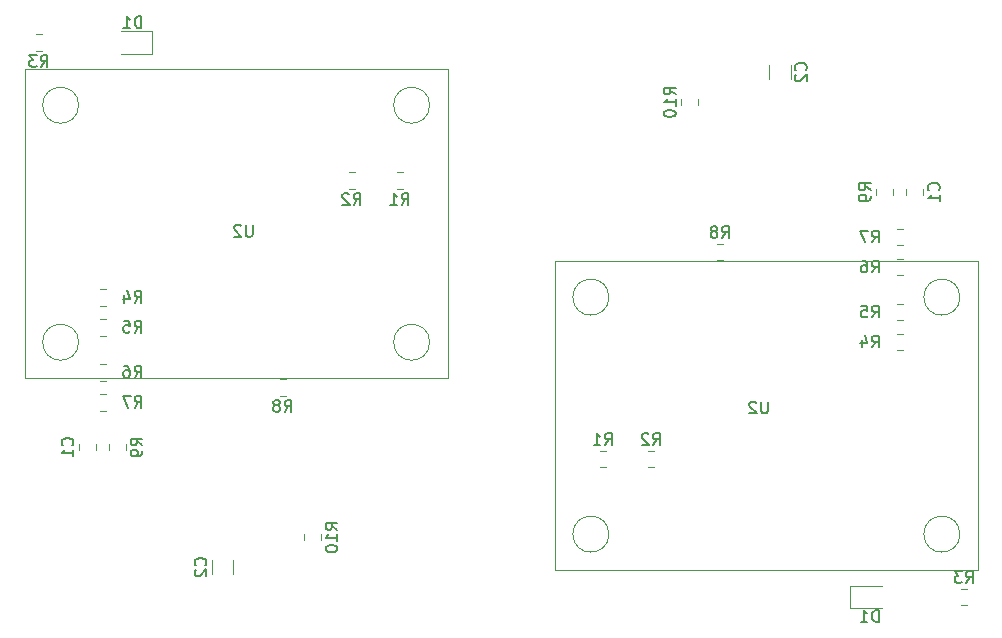
<source format=gbr>
G04 #@! TF.GenerationSoftware,KiCad,Pcbnew,5.1.5-52549c5~84~ubuntu19.10.1*
G04 #@! TF.CreationDate,2020-04-18T11:45:40+03:00*
G04 #@! TF.ProjectId,hymTracker_Panel,68796d54-7261-4636-9b65-725f50616e65,rev?*
G04 #@! TF.SameCoordinates,Original*
G04 #@! TF.FileFunction,Legend,Bot*
G04 #@! TF.FilePolarity,Positive*
%FSLAX46Y46*%
G04 Gerber Fmt 4.6, Leading zero omitted, Abs format (unit mm)*
G04 Created by KiCad (PCBNEW 5.1.5-52549c5~84~ubuntu19.10.1) date 2020-04-18 11:45:40*
%MOMM*%
%LPD*%
G04 APERTURE LIST*
%ADD10C,0.120000*%
%ADD11C,0.150000*%
G04 APERTURE END LIST*
D10*
X108897422Y-70514000D02*
X109414578Y-70514000D01*
X108897422Y-71934000D02*
X109414578Y-71934000D01*
X98086000Y-55316064D02*
X98086000Y-54111936D01*
X99906000Y-55316064D02*
X99906000Y-54111936D01*
X109716000Y-65132578D02*
X109716000Y-64615422D01*
X111136000Y-65132578D02*
X111136000Y-64615422D01*
X88332578Y-88190000D02*
X87815422Y-88190000D01*
X88332578Y-86770000D02*
X87815422Y-86770000D01*
X114827078Y-99874000D02*
X114309922Y-99874000D01*
X114827078Y-98454000D02*
X114309922Y-98454000D01*
X108897422Y-76864000D02*
X109414578Y-76864000D01*
X108897422Y-78284000D02*
X109414578Y-78284000D01*
X104931000Y-98204000D02*
X107616000Y-98204000D01*
X104931000Y-100124000D02*
X104931000Y-98204000D01*
X107616000Y-100124000D02*
X104931000Y-100124000D01*
X108897422Y-74324000D02*
X109414578Y-74324000D01*
X108897422Y-75744000D02*
X109414578Y-75744000D01*
X84268578Y-88190000D02*
X83751422Y-88190000D01*
X84268578Y-86770000D02*
X83751422Y-86770000D01*
X114236000Y-73764000D02*
G75*
G03X114236000Y-73764000I-1524000J0D01*
G01*
X114236000Y-93830000D02*
G75*
G03X114236000Y-93830000I-1524000J0D01*
G01*
X84518000Y-93830000D02*
G75*
G03X84518000Y-93830000I-1524000J0D01*
G01*
X84518000Y-73764000D02*
G75*
G03X84518000Y-73764000I-1524000J0D01*
G01*
X115506000Y-96878000D02*
X115760000Y-96878000D01*
X115760000Y-96878000D02*
X115760000Y-70716000D01*
X79946000Y-96878000D02*
X115506000Y-96878000D01*
X79946000Y-70716000D02*
X79946000Y-96878000D01*
X115760000Y-70716000D02*
X79946000Y-70716000D01*
X108596000Y-64615422D02*
X108596000Y-65132578D01*
X107176000Y-64615422D02*
X107176000Y-65132578D01*
X92086000Y-56995422D02*
X92086000Y-57512578D01*
X90666000Y-56995422D02*
X90666000Y-57512578D01*
X94174578Y-70664000D02*
X93657422Y-70664000D01*
X94174578Y-69244000D02*
X93657422Y-69244000D01*
X108897422Y-67974000D02*
X109414578Y-67974000D01*
X108897422Y-69394000D02*
X109414578Y-69394000D01*
X41910578Y-81955000D02*
X41393422Y-81955000D01*
X41910578Y-83375000D02*
X41393422Y-83375000D01*
X56633422Y-82105000D02*
X57150578Y-82105000D01*
X56633422Y-80685000D02*
X57150578Y-80685000D01*
X60142000Y-94353578D02*
X60142000Y-93836422D01*
X58722000Y-94353578D02*
X58722000Y-93836422D01*
X43632000Y-86733578D02*
X43632000Y-86216422D01*
X42212000Y-86733578D02*
X42212000Y-86216422D01*
X35048000Y-80633000D02*
X70862000Y-80633000D01*
X70862000Y-80633000D02*
X70862000Y-54471000D01*
X70862000Y-54471000D02*
X35302000Y-54471000D01*
X35048000Y-54471000D02*
X35048000Y-80633000D01*
X35302000Y-54471000D02*
X35048000Y-54471000D01*
X69338000Y-77585000D02*
G75*
G03X69338000Y-77585000I-1524000J0D01*
G01*
X69338000Y-57519000D02*
G75*
G03X69338000Y-57519000I-1524000J0D01*
G01*
X39620000Y-57519000D02*
G75*
G03X39620000Y-57519000I-1524000J0D01*
G01*
X39620000Y-77585000D02*
G75*
G03X39620000Y-77585000I-1524000J0D01*
G01*
X66539422Y-64579000D02*
X67056578Y-64579000D01*
X66539422Y-63159000D02*
X67056578Y-63159000D01*
X41910578Y-75605000D02*
X41393422Y-75605000D01*
X41910578Y-77025000D02*
X41393422Y-77025000D01*
X43192000Y-51225000D02*
X45877000Y-51225000D01*
X45877000Y-51225000D02*
X45877000Y-53145000D01*
X45877000Y-53145000D02*
X43192000Y-53145000D01*
X41910578Y-73065000D02*
X41393422Y-73065000D01*
X41910578Y-74485000D02*
X41393422Y-74485000D01*
X35980922Y-52895000D02*
X36498078Y-52895000D01*
X35980922Y-51475000D02*
X36498078Y-51475000D01*
X62475422Y-64579000D02*
X62992578Y-64579000D01*
X62475422Y-63159000D02*
X62992578Y-63159000D01*
X39672000Y-86216422D02*
X39672000Y-86733578D01*
X41092000Y-86216422D02*
X41092000Y-86733578D01*
X50902000Y-96032936D02*
X50902000Y-97237064D01*
X52722000Y-96032936D02*
X52722000Y-97237064D01*
X41910578Y-79415000D02*
X41393422Y-79415000D01*
X41910578Y-80835000D02*
X41393422Y-80835000D01*
D11*
X106782666Y-71676380D02*
X107116000Y-71200190D01*
X107354095Y-71676380D02*
X107354095Y-70676380D01*
X106973142Y-70676380D01*
X106877904Y-70724000D01*
X106830285Y-70771619D01*
X106782666Y-70866857D01*
X106782666Y-71009714D01*
X106830285Y-71104952D01*
X106877904Y-71152571D01*
X106973142Y-71200190D01*
X107354095Y-71200190D01*
X105925523Y-70676380D02*
X106116000Y-70676380D01*
X106211238Y-70724000D01*
X106258857Y-70771619D01*
X106354095Y-70914476D01*
X106401714Y-71104952D01*
X106401714Y-71485904D01*
X106354095Y-71581142D01*
X106306476Y-71628761D01*
X106211238Y-71676380D01*
X106020761Y-71676380D01*
X105925523Y-71628761D01*
X105877904Y-71581142D01*
X105830285Y-71485904D01*
X105830285Y-71247809D01*
X105877904Y-71152571D01*
X105925523Y-71104952D01*
X106020761Y-71057333D01*
X106211238Y-71057333D01*
X106306476Y-71104952D01*
X106354095Y-71152571D01*
X106401714Y-71247809D01*
X101173142Y-54547333D02*
X101220761Y-54499714D01*
X101268380Y-54356857D01*
X101268380Y-54261619D01*
X101220761Y-54118761D01*
X101125523Y-54023523D01*
X101030285Y-53975904D01*
X100839809Y-53928285D01*
X100696952Y-53928285D01*
X100506476Y-53975904D01*
X100411238Y-54023523D01*
X100316000Y-54118761D01*
X100268380Y-54261619D01*
X100268380Y-54356857D01*
X100316000Y-54499714D01*
X100363619Y-54547333D01*
X100363619Y-54928285D02*
X100316000Y-54975904D01*
X100268380Y-55071142D01*
X100268380Y-55309238D01*
X100316000Y-55404476D01*
X100363619Y-55452095D01*
X100458857Y-55499714D01*
X100554095Y-55499714D01*
X100696952Y-55452095D01*
X101268380Y-54880666D01*
X101268380Y-55499714D01*
X112433142Y-64707333D02*
X112480761Y-64659714D01*
X112528380Y-64516857D01*
X112528380Y-64421619D01*
X112480761Y-64278761D01*
X112385523Y-64183523D01*
X112290285Y-64135904D01*
X112099809Y-64088285D01*
X111956952Y-64088285D01*
X111766476Y-64135904D01*
X111671238Y-64183523D01*
X111576000Y-64278761D01*
X111528380Y-64421619D01*
X111528380Y-64516857D01*
X111576000Y-64659714D01*
X111623619Y-64707333D01*
X112528380Y-65659714D02*
X112528380Y-65088285D01*
X112528380Y-65374000D02*
X111528380Y-65374000D01*
X111671238Y-65278761D01*
X111766476Y-65183523D01*
X111814095Y-65088285D01*
X88240666Y-86282380D02*
X88574000Y-85806190D01*
X88812095Y-86282380D02*
X88812095Y-85282380D01*
X88431142Y-85282380D01*
X88335904Y-85330000D01*
X88288285Y-85377619D01*
X88240666Y-85472857D01*
X88240666Y-85615714D01*
X88288285Y-85710952D01*
X88335904Y-85758571D01*
X88431142Y-85806190D01*
X88812095Y-85806190D01*
X87859714Y-85377619D02*
X87812095Y-85330000D01*
X87716857Y-85282380D01*
X87478761Y-85282380D01*
X87383523Y-85330000D01*
X87335904Y-85377619D01*
X87288285Y-85472857D01*
X87288285Y-85568095D01*
X87335904Y-85710952D01*
X87907333Y-86282380D01*
X87288285Y-86282380D01*
X114735166Y-97966380D02*
X115068500Y-97490190D01*
X115306595Y-97966380D02*
X115306595Y-96966380D01*
X114925642Y-96966380D01*
X114830404Y-97014000D01*
X114782785Y-97061619D01*
X114735166Y-97156857D01*
X114735166Y-97299714D01*
X114782785Y-97394952D01*
X114830404Y-97442571D01*
X114925642Y-97490190D01*
X115306595Y-97490190D01*
X114401833Y-96966380D02*
X113782785Y-96966380D01*
X114116119Y-97347333D01*
X113973261Y-97347333D01*
X113878023Y-97394952D01*
X113830404Y-97442571D01*
X113782785Y-97537809D01*
X113782785Y-97775904D01*
X113830404Y-97871142D01*
X113878023Y-97918761D01*
X113973261Y-97966380D01*
X114258976Y-97966380D01*
X114354214Y-97918761D01*
X114401833Y-97871142D01*
X106782666Y-78026380D02*
X107116000Y-77550190D01*
X107354095Y-78026380D02*
X107354095Y-77026380D01*
X106973142Y-77026380D01*
X106877904Y-77074000D01*
X106830285Y-77121619D01*
X106782666Y-77216857D01*
X106782666Y-77359714D01*
X106830285Y-77454952D01*
X106877904Y-77502571D01*
X106973142Y-77550190D01*
X107354095Y-77550190D01*
X105925523Y-77359714D02*
X105925523Y-78026380D01*
X106163619Y-76978761D02*
X106401714Y-77693047D01*
X105782666Y-77693047D01*
X107354095Y-101266380D02*
X107354095Y-100266380D01*
X107116000Y-100266380D01*
X106973142Y-100314000D01*
X106877904Y-100409238D01*
X106830285Y-100504476D01*
X106782666Y-100694952D01*
X106782666Y-100837809D01*
X106830285Y-101028285D01*
X106877904Y-101123523D01*
X106973142Y-101218761D01*
X107116000Y-101266380D01*
X107354095Y-101266380D01*
X105830285Y-101266380D02*
X106401714Y-101266380D01*
X106116000Y-101266380D02*
X106116000Y-100266380D01*
X106211238Y-100409238D01*
X106306476Y-100504476D01*
X106401714Y-100552095D01*
X106782666Y-75486380D02*
X107116000Y-75010190D01*
X107354095Y-75486380D02*
X107354095Y-74486380D01*
X106973142Y-74486380D01*
X106877904Y-74534000D01*
X106830285Y-74581619D01*
X106782666Y-74676857D01*
X106782666Y-74819714D01*
X106830285Y-74914952D01*
X106877904Y-74962571D01*
X106973142Y-75010190D01*
X107354095Y-75010190D01*
X105877904Y-74486380D02*
X106354095Y-74486380D01*
X106401714Y-74962571D01*
X106354095Y-74914952D01*
X106258857Y-74867333D01*
X106020761Y-74867333D01*
X105925523Y-74914952D01*
X105877904Y-74962571D01*
X105830285Y-75057809D01*
X105830285Y-75295904D01*
X105877904Y-75391142D01*
X105925523Y-75438761D01*
X106020761Y-75486380D01*
X106258857Y-75486380D01*
X106354095Y-75438761D01*
X106401714Y-75391142D01*
X84176666Y-86282380D02*
X84510000Y-85806190D01*
X84748095Y-86282380D02*
X84748095Y-85282380D01*
X84367142Y-85282380D01*
X84271904Y-85330000D01*
X84224285Y-85377619D01*
X84176666Y-85472857D01*
X84176666Y-85615714D01*
X84224285Y-85710952D01*
X84271904Y-85758571D01*
X84367142Y-85806190D01*
X84748095Y-85806190D01*
X83224285Y-86282380D02*
X83795714Y-86282380D01*
X83510000Y-86282380D02*
X83510000Y-85282380D01*
X83605238Y-85425238D01*
X83700476Y-85520476D01*
X83795714Y-85568095D01*
X97979904Y-82606380D02*
X97979904Y-83415904D01*
X97932285Y-83511142D01*
X97884666Y-83558761D01*
X97789428Y-83606380D01*
X97598952Y-83606380D01*
X97503714Y-83558761D01*
X97456095Y-83511142D01*
X97408476Y-83415904D01*
X97408476Y-82606380D01*
X96979904Y-82701619D02*
X96932285Y-82654000D01*
X96837047Y-82606380D01*
X96598952Y-82606380D01*
X96503714Y-82654000D01*
X96456095Y-82701619D01*
X96408476Y-82796857D01*
X96408476Y-82892095D01*
X96456095Y-83034952D01*
X97027523Y-83606380D01*
X96408476Y-83606380D01*
X106688380Y-64707333D02*
X106212190Y-64374000D01*
X106688380Y-64135904D02*
X105688380Y-64135904D01*
X105688380Y-64516857D01*
X105736000Y-64612095D01*
X105783619Y-64659714D01*
X105878857Y-64707333D01*
X106021714Y-64707333D01*
X106116952Y-64659714D01*
X106164571Y-64612095D01*
X106212190Y-64516857D01*
X106212190Y-64135904D01*
X106688380Y-65183523D02*
X106688380Y-65374000D01*
X106640761Y-65469238D01*
X106593142Y-65516857D01*
X106450285Y-65612095D01*
X106259809Y-65659714D01*
X105878857Y-65659714D01*
X105783619Y-65612095D01*
X105736000Y-65564476D01*
X105688380Y-65469238D01*
X105688380Y-65278761D01*
X105736000Y-65183523D01*
X105783619Y-65135904D01*
X105878857Y-65088285D01*
X106116952Y-65088285D01*
X106212190Y-65135904D01*
X106259809Y-65183523D01*
X106307428Y-65278761D01*
X106307428Y-65469238D01*
X106259809Y-65564476D01*
X106212190Y-65612095D01*
X106116952Y-65659714D01*
X90178380Y-56611142D02*
X89702190Y-56277809D01*
X90178380Y-56039714D02*
X89178380Y-56039714D01*
X89178380Y-56420666D01*
X89226000Y-56515904D01*
X89273619Y-56563523D01*
X89368857Y-56611142D01*
X89511714Y-56611142D01*
X89606952Y-56563523D01*
X89654571Y-56515904D01*
X89702190Y-56420666D01*
X89702190Y-56039714D01*
X90178380Y-57563523D02*
X90178380Y-56992095D01*
X90178380Y-57277809D02*
X89178380Y-57277809D01*
X89321238Y-57182571D01*
X89416476Y-57087333D01*
X89464095Y-56992095D01*
X89178380Y-58182571D02*
X89178380Y-58277809D01*
X89226000Y-58373047D01*
X89273619Y-58420666D01*
X89368857Y-58468285D01*
X89559333Y-58515904D01*
X89797428Y-58515904D01*
X89987904Y-58468285D01*
X90083142Y-58420666D01*
X90130761Y-58373047D01*
X90178380Y-58277809D01*
X90178380Y-58182571D01*
X90130761Y-58087333D01*
X90083142Y-58039714D01*
X89987904Y-57992095D01*
X89797428Y-57944476D01*
X89559333Y-57944476D01*
X89368857Y-57992095D01*
X89273619Y-58039714D01*
X89226000Y-58087333D01*
X89178380Y-58182571D01*
X94082666Y-68756380D02*
X94416000Y-68280190D01*
X94654095Y-68756380D02*
X94654095Y-67756380D01*
X94273142Y-67756380D01*
X94177904Y-67804000D01*
X94130285Y-67851619D01*
X94082666Y-67946857D01*
X94082666Y-68089714D01*
X94130285Y-68184952D01*
X94177904Y-68232571D01*
X94273142Y-68280190D01*
X94654095Y-68280190D01*
X93511238Y-68184952D02*
X93606476Y-68137333D01*
X93654095Y-68089714D01*
X93701714Y-67994476D01*
X93701714Y-67946857D01*
X93654095Y-67851619D01*
X93606476Y-67804000D01*
X93511238Y-67756380D01*
X93320761Y-67756380D01*
X93225523Y-67804000D01*
X93177904Y-67851619D01*
X93130285Y-67946857D01*
X93130285Y-67994476D01*
X93177904Y-68089714D01*
X93225523Y-68137333D01*
X93320761Y-68184952D01*
X93511238Y-68184952D01*
X93606476Y-68232571D01*
X93654095Y-68280190D01*
X93701714Y-68375428D01*
X93701714Y-68565904D01*
X93654095Y-68661142D01*
X93606476Y-68708761D01*
X93511238Y-68756380D01*
X93320761Y-68756380D01*
X93225523Y-68708761D01*
X93177904Y-68661142D01*
X93130285Y-68565904D01*
X93130285Y-68375428D01*
X93177904Y-68280190D01*
X93225523Y-68232571D01*
X93320761Y-68184952D01*
X106782666Y-69136380D02*
X107116000Y-68660190D01*
X107354095Y-69136380D02*
X107354095Y-68136380D01*
X106973142Y-68136380D01*
X106877904Y-68184000D01*
X106830285Y-68231619D01*
X106782666Y-68326857D01*
X106782666Y-68469714D01*
X106830285Y-68564952D01*
X106877904Y-68612571D01*
X106973142Y-68660190D01*
X107354095Y-68660190D01*
X106449333Y-68136380D02*
X105782666Y-68136380D01*
X106211238Y-69136380D01*
X44358666Y-83117380D02*
X44692000Y-82641190D01*
X44930095Y-83117380D02*
X44930095Y-82117380D01*
X44549142Y-82117380D01*
X44453904Y-82165000D01*
X44406285Y-82212619D01*
X44358666Y-82307857D01*
X44358666Y-82450714D01*
X44406285Y-82545952D01*
X44453904Y-82593571D01*
X44549142Y-82641190D01*
X44930095Y-82641190D01*
X44025333Y-82117380D02*
X43358666Y-82117380D01*
X43787238Y-83117380D01*
X57058666Y-83497380D02*
X57392000Y-83021190D01*
X57630095Y-83497380D02*
X57630095Y-82497380D01*
X57249142Y-82497380D01*
X57153904Y-82545000D01*
X57106285Y-82592619D01*
X57058666Y-82687857D01*
X57058666Y-82830714D01*
X57106285Y-82925952D01*
X57153904Y-82973571D01*
X57249142Y-83021190D01*
X57630095Y-83021190D01*
X56487238Y-82925952D02*
X56582476Y-82878333D01*
X56630095Y-82830714D01*
X56677714Y-82735476D01*
X56677714Y-82687857D01*
X56630095Y-82592619D01*
X56582476Y-82545000D01*
X56487238Y-82497380D01*
X56296761Y-82497380D01*
X56201523Y-82545000D01*
X56153904Y-82592619D01*
X56106285Y-82687857D01*
X56106285Y-82735476D01*
X56153904Y-82830714D01*
X56201523Y-82878333D01*
X56296761Y-82925952D01*
X56487238Y-82925952D01*
X56582476Y-82973571D01*
X56630095Y-83021190D01*
X56677714Y-83116428D01*
X56677714Y-83306904D01*
X56630095Y-83402142D01*
X56582476Y-83449761D01*
X56487238Y-83497380D01*
X56296761Y-83497380D01*
X56201523Y-83449761D01*
X56153904Y-83402142D01*
X56106285Y-83306904D01*
X56106285Y-83116428D01*
X56153904Y-83021190D01*
X56201523Y-82973571D01*
X56296761Y-82925952D01*
X61534380Y-93452142D02*
X61058190Y-93118809D01*
X61534380Y-92880714D02*
X60534380Y-92880714D01*
X60534380Y-93261666D01*
X60582000Y-93356904D01*
X60629619Y-93404523D01*
X60724857Y-93452142D01*
X60867714Y-93452142D01*
X60962952Y-93404523D01*
X61010571Y-93356904D01*
X61058190Y-93261666D01*
X61058190Y-92880714D01*
X61534380Y-94404523D02*
X61534380Y-93833095D01*
X61534380Y-94118809D02*
X60534380Y-94118809D01*
X60677238Y-94023571D01*
X60772476Y-93928333D01*
X60820095Y-93833095D01*
X60534380Y-95023571D02*
X60534380Y-95118809D01*
X60582000Y-95214047D01*
X60629619Y-95261666D01*
X60724857Y-95309285D01*
X60915333Y-95356904D01*
X61153428Y-95356904D01*
X61343904Y-95309285D01*
X61439142Y-95261666D01*
X61486761Y-95214047D01*
X61534380Y-95118809D01*
X61534380Y-95023571D01*
X61486761Y-94928333D01*
X61439142Y-94880714D01*
X61343904Y-94833095D01*
X61153428Y-94785476D01*
X60915333Y-94785476D01*
X60724857Y-94833095D01*
X60629619Y-94880714D01*
X60582000Y-94928333D01*
X60534380Y-95023571D01*
X45024380Y-86308333D02*
X44548190Y-85975000D01*
X45024380Y-85736904D02*
X44024380Y-85736904D01*
X44024380Y-86117857D01*
X44072000Y-86213095D01*
X44119619Y-86260714D01*
X44214857Y-86308333D01*
X44357714Y-86308333D01*
X44452952Y-86260714D01*
X44500571Y-86213095D01*
X44548190Y-86117857D01*
X44548190Y-85736904D01*
X45024380Y-86784523D02*
X45024380Y-86975000D01*
X44976761Y-87070238D01*
X44929142Y-87117857D01*
X44786285Y-87213095D01*
X44595809Y-87260714D01*
X44214857Y-87260714D01*
X44119619Y-87213095D01*
X44072000Y-87165476D01*
X44024380Y-87070238D01*
X44024380Y-86879761D01*
X44072000Y-86784523D01*
X44119619Y-86736904D01*
X44214857Y-86689285D01*
X44452952Y-86689285D01*
X44548190Y-86736904D01*
X44595809Y-86784523D01*
X44643428Y-86879761D01*
X44643428Y-87070238D01*
X44595809Y-87165476D01*
X44548190Y-87213095D01*
X44452952Y-87260714D01*
X54351904Y-67647380D02*
X54351904Y-68456904D01*
X54304285Y-68552142D01*
X54256666Y-68599761D01*
X54161428Y-68647380D01*
X53970952Y-68647380D01*
X53875714Y-68599761D01*
X53828095Y-68552142D01*
X53780476Y-68456904D01*
X53780476Y-67647380D01*
X53351904Y-67742619D02*
X53304285Y-67695000D01*
X53209047Y-67647380D01*
X52970952Y-67647380D01*
X52875714Y-67695000D01*
X52828095Y-67742619D01*
X52780476Y-67837857D01*
X52780476Y-67933095D01*
X52828095Y-68075952D01*
X53399523Y-68647380D01*
X52780476Y-68647380D01*
X66964666Y-65971380D02*
X67298000Y-65495190D01*
X67536095Y-65971380D02*
X67536095Y-64971380D01*
X67155142Y-64971380D01*
X67059904Y-65019000D01*
X67012285Y-65066619D01*
X66964666Y-65161857D01*
X66964666Y-65304714D01*
X67012285Y-65399952D01*
X67059904Y-65447571D01*
X67155142Y-65495190D01*
X67536095Y-65495190D01*
X66012285Y-65971380D02*
X66583714Y-65971380D01*
X66298000Y-65971380D02*
X66298000Y-64971380D01*
X66393238Y-65114238D01*
X66488476Y-65209476D01*
X66583714Y-65257095D01*
X44358666Y-76767380D02*
X44692000Y-76291190D01*
X44930095Y-76767380D02*
X44930095Y-75767380D01*
X44549142Y-75767380D01*
X44453904Y-75815000D01*
X44406285Y-75862619D01*
X44358666Y-75957857D01*
X44358666Y-76100714D01*
X44406285Y-76195952D01*
X44453904Y-76243571D01*
X44549142Y-76291190D01*
X44930095Y-76291190D01*
X43453904Y-75767380D02*
X43930095Y-75767380D01*
X43977714Y-76243571D01*
X43930095Y-76195952D01*
X43834857Y-76148333D01*
X43596761Y-76148333D01*
X43501523Y-76195952D01*
X43453904Y-76243571D01*
X43406285Y-76338809D01*
X43406285Y-76576904D01*
X43453904Y-76672142D01*
X43501523Y-76719761D01*
X43596761Y-76767380D01*
X43834857Y-76767380D01*
X43930095Y-76719761D01*
X43977714Y-76672142D01*
X44930095Y-50987380D02*
X44930095Y-49987380D01*
X44692000Y-49987380D01*
X44549142Y-50035000D01*
X44453904Y-50130238D01*
X44406285Y-50225476D01*
X44358666Y-50415952D01*
X44358666Y-50558809D01*
X44406285Y-50749285D01*
X44453904Y-50844523D01*
X44549142Y-50939761D01*
X44692000Y-50987380D01*
X44930095Y-50987380D01*
X43406285Y-50987380D02*
X43977714Y-50987380D01*
X43692000Y-50987380D02*
X43692000Y-49987380D01*
X43787238Y-50130238D01*
X43882476Y-50225476D01*
X43977714Y-50273095D01*
X44358666Y-74227380D02*
X44692000Y-73751190D01*
X44930095Y-74227380D02*
X44930095Y-73227380D01*
X44549142Y-73227380D01*
X44453904Y-73275000D01*
X44406285Y-73322619D01*
X44358666Y-73417857D01*
X44358666Y-73560714D01*
X44406285Y-73655952D01*
X44453904Y-73703571D01*
X44549142Y-73751190D01*
X44930095Y-73751190D01*
X43501523Y-73560714D02*
X43501523Y-74227380D01*
X43739619Y-73179761D02*
X43977714Y-73894047D01*
X43358666Y-73894047D01*
X36406166Y-54287380D02*
X36739500Y-53811190D01*
X36977595Y-54287380D02*
X36977595Y-53287380D01*
X36596642Y-53287380D01*
X36501404Y-53335000D01*
X36453785Y-53382619D01*
X36406166Y-53477857D01*
X36406166Y-53620714D01*
X36453785Y-53715952D01*
X36501404Y-53763571D01*
X36596642Y-53811190D01*
X36977595Y-53811190D01*
X36072833Y-53287380D02*
X35453785Y-53287380D01*
X35787119Y-53668333D01*
X35644261Y-53668333D01*
X35549023Y-53715952D01*
X35501404Y-53763571D01*
X35453785Y-53858809D01*
X35453785Y-54096904D01*
X35501404Y-54192142D01*
X35549023Y-54239761D01*
X35644261Y-54287380D01*
X35929976Y-54287380D01*
X36025214Y-54239761D01*
X36072833Y-54192142D01*
X62900666Y-65971380D02*
X63234000Y-65495190D01*
X63472095Y-65971380D02*
X63472095Y-64971380D01*
X63091142Y-64971380D01*
X62995904Y-65019000D01*
X62948285Y-65066619D01*
X62900666Y-65161857D01*
X62900666Y-65304714D01*
X62948285Y-65399952D01*
X62995904Y-65447571D01*
X63091142Y-65495190D01*
X63472095Y-65495190D01*
X62519714Y-65066619D02*
X62472095Y-65019000D01*
X62376857Y-64971380D01*
X62138761Y-64971380D01*
X62043523Y-65019000D01*
X61995904Y-65066619D01*
X61948285Y-65161857D01*
X61948285Y-65257095D01*
X61995904Y-65399952D01*
X62567333Y-65971380D01*
X61948285Y-65971380D01*
X39089142Y-86308333D02*
X39136761Y-86260714D01*
X39184380Y-86117857D01*
X39184380Y-86022619D01*
X39136761Y-85879761D01*
X39041523Y-85784523D01*
X38946285Y-85736904D01*
X38755809Y-85689285D01*
X38612952Y-85689285D01*
X38422476Y-85736904D01*
X38327238Y-85784523D01*
X38232000Y-85879761D01*
X38184380Y-86022619D01*
X38184380Y-86117857D01*
X38232000Y-86260714D01*
X38279619Y-86308333D01*
X39184380Y-87260714D02*
X39184380Y-86689285D01*
X39184380Y-86975000D02*
X38184380Y-86975000D01*
X38327238Y-86879761D01*
X38422476Y-86784523D01*
X38470095Y-86689285D01*
X50349142Y-96468333D02*
X50396761Y-96420714D01*
X50444380Y-96277857D01*
X50444380Y-96182619D01*
X50396761Y-96039761D01*
X50301523Y-95944523D01*
X50206285Y-95896904D01*
X50015809Y-95849285D01*
X49872952Y-95849285D01*
X49682476Y-95896904D01*
X49587238Y-95944523D01*
X49492000Y-96039761D01*
X49444380Y-96182619D01*
X49444380Y-96277857D01*
X49492000Y-96420714D01*
X49539619Y-96468333D01*
X49539619Y-96849285D02*
X49492000Y-96896904D01*
X49444380Y-96992142D01*
X49444380Y-97230238D01*
X49492000Y-97325476D01*
X49539619Y-97373095D01*
X49634857Y-97420714D01*
X49730095Y-97420714D01*
X49872952Y-97373095D01*
X50444380Y-96801666D01*
X50444380Y-97420714D01*
X44358666Y-80577380D02*
X44692000Y-80101190D01*
X44930095Y-80577380D02*
X44930095Y-79577380D01*
X44549142Y-79577380D01*
X44453904Y-79625000D01*
X44406285Y-79672619D01*
X44358666Y-79767857D01*
X44358666Y-79910714D01*
X44406285Y-80005952D01*
X44453904Y-80053571D01*
X44549142Y-80101190D01*
X44930095Y-80101190D01*
X43501523Y-79577380D02*
X43692000Y-79577380D01*
X43787238Y-79625000D01*
X43834857Y-79672619D01*
X43930095Y-79815476D01*
X43977714Y-80005952D01*
X43977714Y-80386904D01*
X43930095Y-80482142D01*
X43882476Y-80529761D01*
X43787238Y-80577380D01*
X43596761Y-80577380D01*
X43501523Y-80529761D01*
X43453904Y-80482142D01*
X43406285Y-80386904D01*
X43406285Y-80148809D01*
X43453904Y-80053571D01*
X43501523Y-80005952D01*
X43596761Y-79958333D01*
X43787238Y-79958333D01*
X43882476Y-80005952D01*
X43930095Y-80053571D01*
X43977714Y-80148809D01*
M02*

</source>
